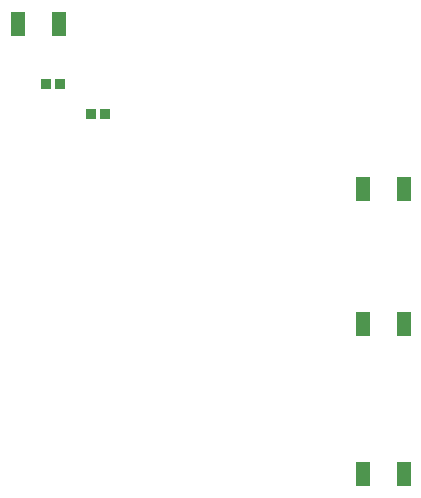
<source format=gtp>
G75*
%MOIN*%
%OFA0B0*%
%FSLAX25Y25*%
%IPPOS*%
%LPD*%
%AMOC8*
5,1,8,0,0,1.08239X$1,22.5*
%
%ADD10R,0.03346X0.03543*%
%ADD11R,0.05000X0.08110*%
D10*
X0052717Y0136300D03*
X0057283Y0136300D03*
X0042283Y0146300D03*
X0037717Y0146300D03*
D11*
X0041909Y0166300D03*
X0028091Y0166300D03*
X0143091Y0111300D03*
X0156909Y0111300D03*
X0156909Y0066300D03*
X0143091Y0066300D03*
X0143091Y0016300D03*
X0156909Y0016300D03*
M02*

</source>
